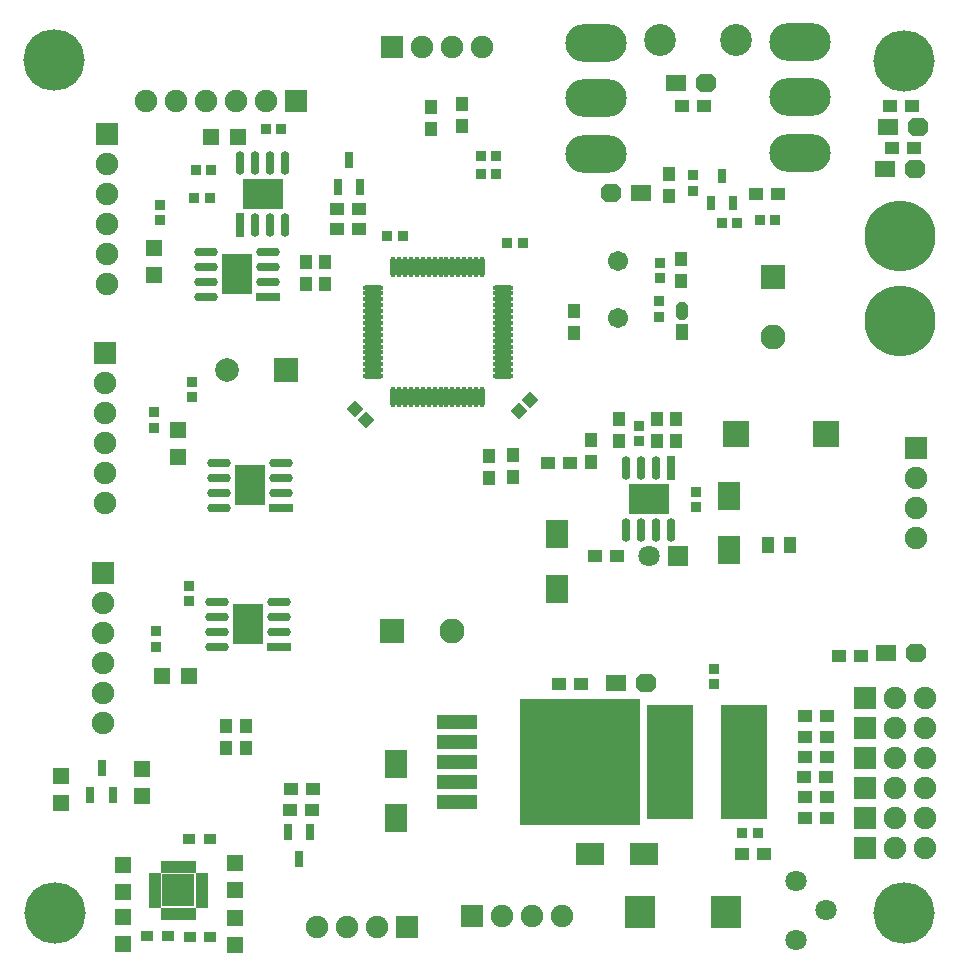
<source format=gts>
G04*
G04 #@! TF.GenerationSoftware,Altium Limited,Altium Designer,23.3.1 (30)*
G04*
G04 Layer_Color=8388736*
%FSLAX44Y44*%
%MOMM*%
G71*
G04*
G04 #@! TF.SameCoordinates,E1D300C1-D630-478A-AE1F-60CBEBB5A271*
G04*
G04*
G04 #@! TF.FilePolarity,Negative*
G04*
G01*
G75*
%ADD55R,0.7032X1.4032*%
%ADD56R,1.0922X1.4732*%
%ADD57R,1.9532X2.4032*%
%ADD58R,10.2032X10.6532*%
%ADD59R,3.4032X1.2532*%
%ADD60R,1.2192X1.0032*%
%ADD61R,0.7532X2.0032*%
%ADD62O,0.7532X2.0032*%
%ADD63R,3.5052X2.6162*%
%ADD64R,2.2032X2.2032*%
%ADD65R,0.9652X0.9652*%
%ADD66R,1.4732X1.4732*%
%ADD67R,0.9652X0.9652*%
%ADD68R,1.0032X1.2192*%
%ADD69R,2.0032X0.7532*%
%ADD70O,2.0032X0.7532*%
%ADD71R,2.6162X3.5052*%
%ADD72O,1.7532X0.4532*%
%ADD73O,0.4532X1.7532*%
%ADD74P,1.3650X4X270.0*%
%ADD75P,1.3650X4X180.0*%
%ADD76R,2.8032X2.8032*%
%ADD77R,0.5032X1.0032*%
%ADD78R,1.0032X0.5032*%
G04:AMPARAMS|DCode=79|XSize=1.7272mm|YSize=1.4732mm|CornerRadius=0mm|HoleSize=0mm|Usage=FLASHONLY|Rotation=0.000|XOffset=0mm|YOffset=0mm|HoleType=Round|Shape=Octagon|*
%AMOCTAGOND79*
4,1,8,0.8636,-0.3683,0.8636,0.3683,0.4953,0.7366,-0.4953,0.7366,-0.8636,0.3683,-0.8636,-0.3683,-0.4953,-0.7366,0.4953,-0.7366,0.8636,-0.3683,0.0*
%
%ADD79OCTAGOND79*%

%ADD80R,1.7272X1.4732*%
%ADD81R,1.4732X1.4732*%
%ADD82R,1.0922X0.9652*%
%ADD83R,2.4032X1.9532*%
%ADD84R,0.6532X1.2032*%
G04:AMPARAMS|DCode=85|XSize=1.4732mm|YSize=1.0922mm|CornerRadius=0mm|HoleSize=0mm|Usage=FLASHONLY|Rotation=90.000|XOffset=0mm|YOffset=0mm|HoleType=Round|Shape=Octagon|*
%AMOCTAGOND85*
4,1,8,0.2731,0.7366,-0.2731,0.7366,-0.5461,0.4636,-0.5461,-0.4636,-0.2731,-0.7366,0.2731,-0.7366,0.5461,-0.4636,0.5461,0.4636,0.2731,0.7366,0.0*
%
%ADD85OCTAGOND85*%

%ADD86R,3.9532X9.7032*%
%ADD87R,2.6032X2.8032*%
%ADD88C,1.8032*%
%ADD89R,1.8032X1.8032*%
%ADD90C,1.9032*%
%ADD91R,1.9032X1.9032*%
%ADD92C,2.1032*%
%ADD93R,2.1032X2.1032*%
%ADD94O,5.2028X3.2032*%
%ADD95R,1.9032X1.9032*%
%ADD96C,1.7032*%
%ADD97C,6.0032*%
%ADD98C,2.0032*%
%ADD99R,2.0032X2.0032*%
%ADD100C,5.2032*%
%ADD101R,2.1032X2.1032*%
%ADD102C,2.7032*%
D55*
X279552Y655066D02*
D03*
X298552D02*
D03*
X289052Y677926D02*
D03*
X70256Y139954D02*
D03*
X89256D02*
D03*
X79756Y162814D02*
D03*
X256388Y109093D02*
D03*
X237388D02*
D03*
X246888Y86233D02*
D03*
D56*
X662636Y352044D02*
D03*
X643636D02*
D03*
X571435Y532639D02*
D03*
D57*
X465328Y360820D02*
D03*
Y314820D02*
D03*
X329184Y120624D02*
D03*
Y166624D02*
D03*
X610616Y347332D02*
D03*
Y393332D02*
D03*
D58*
X484632Y167876D02*
D03*
D59*
X380492Y133876D02*
D03*
Y150876D02*
D03*
Y167876D02*
D03*
Y184876D02*
D03*
Y201876D02*
D03*
D60*
X652780Y648716D02*
D03*
X634238D02*
D03*
X693547Y172720D02*
D03*
X675005D02*
D03*
Y189484D02*
D03*
X693547D02*
D03*
X675005Y206756D02*
D03*
X693547D02*
D03*
X239141Y127508D02*
D03*
X257683D02*
D03*
X692912Y155448D02*
D03*
X674370D02*
D03*
X748665Y688340D02*
D03*
X767207D02*
D03*
X258699Y145288D02*
D03*
X240157D02*
D03*
X675640Y138176D02*
D03*
X694182D02*
D03*
X675513Y120396D02*
D03*
X694055D02*
D03*
X467233Y234188D02*
D03*
X485775D02*
D03*
X703834Y257556D02*
D03*
X722376D02*
D03*
X571373Y723900D02*
D03*
X589915D02*
D03*
X747649D02*
D03*
X766191D02*
D03*
X515747Y342900D02*
D03*
X497205D02*
D03*
X458089Y421132D02*
D03*
X476631D02*
D03*
X622173Y90424D02*
D03*
X640715D02*
D03*
X279273Y619252D02*
D03*
X297815D02*
D03*
Y636524D02*
D03*
X279273D02*
D03*
D61*
X562102Y417410D02*
D03*
X197358Y622466D02*
D03*
D62*
X549402Y417410D02*
D03*
X536702D02*
D03*
X524002D02*
D03*
X562102Y364910D02*
D03*
X549402D02*
D03*
X536702D02*
D03*
X524002D02*
D03*
X210058Y622466D02*
D03*
X222758D02*
D03*
X235458D02*
D03*
X197358Y674966D02*
D03*
X210058D02*
D03*
X222758D02*
D03*
X235458D02*
D03*
D63*
X543052Y391160D02*
D03*
X216408Y648716D02*
D03*
D64*
X693420Y445516D02*
D03*
X617220D02*
D03*
D65*
X159720Y669036D02*
D03*
X172720D02*
D03*
X232051Y704087D02*
D03*
X219051D02*
D03*
X400915Y665987D02*
D03*
X413915D02*
D03*
X436267Y607567D02*
D03*
X423267D02*
D03*
X400915Y681228D02*
D03*
X413915D02*
D03*
X334667Y613155D02*
D03*
X321667D02*
D03*
X171196Y645668D02*
D03*
X158196D02*
D03*
X617623Y624331D02*
D03*
X604623D02*
D03*
X635300Y108204D02*
D03*
X622300D02*
D03*
X650032Y627380D02*
D03*
X637032D02*
D03*
D66*
X195326Y697484D02*
D03*
X172466D02*
D03*
X131318Y240792D02*
D03*
X154178D02*
D03*
D67*
X124461Y464207D02*
D03*
Y451207D02*
D03*
X583183Y384153D02*
D03*
Y397153D02*
D03*
X129033Y626975D02*
D03*
Y639975D02*
D03*
X125985Y265787D02*
D03*
Y278787D02*
D03*
X153415Y317397D02*
D03*
Y304397D02*
D03*
X155955Y490117D02*
D03*
Y477117D02*
D03*
X580644Y651972D02*
D03*
Y664972D02*
D03*
X597916Y246888D02*
D03*
Y233888D02*
D03*
X534415Y453033D02*
D03*
Y440033D02*
D03*
X552195Y577701D02*
D03*
Y590701D02*
D03*
X551689Y558187D02*
D03*
Y545187D02*
D03*
D68*
X358648Y722884D02*
D03*
Y704342D02*
D03*
X384556Y725170D02*
D03*
Y706628D02*
D03*
X269240Y591633D02*
D03*
Y573091D02*
D03*
X201676Y198882D02*
D03*
Y180340D02*
D03*
X252984Y591312D02*
D03*
Y572770D02*
D03*
X185420Y198882D02*
D03*
Y180340D02*
D03*
X560324Y647446D02*
D03*
Y665988D02*
D03*
X570484Y593979D02*
D03*
Y575437D02*
D03*
X518160Y458343D02*
D03*
Y439801D02*
D03*
X494284Y422529D02*
D03*
Y441071D02*
D03*
X566420Y439928D02*
D03*
Y458470D02*
D03*
X550164Y458851D02*
D03*
Y440309D02*
D03*
X407924Y427355D02*
D03*
Y408813D02*
D03*
X479552Y531368D02*
D03*
Y549910D02*
D03*
X428244Y409829D02*
D03*
Y428371D02*
D03*
D69*
X220814Y562102D02*
D03*
X231990Y383286D02*
D03*
X229958Y265938D02*
D03*
D70*
X220814Y574802D02*
D03*
Y587502D02*
D03*
Y600202D02*
D03*
X168314Y562102D02*
D03*
Y574802D02*
D03*
Y587502D02*
D03*
Y600202D02*
D03*
X179490Y421386D02*
D03*
Y408686D02*
D03*
Y395986D02*
D03*
Y383286D02*
D03*
X231990Y421386D02*
D03*
Y408686D02*
D03*
Y395986D02*
D03*
X177458Y304038D02*
D03*
Y291338D02*
D03*
Y278638D02*
D03*
Y265938D02*
D03*
X229958Y304038D02*
D03*
Y291338D02*
D03*
Y278638D02*
D03*
D71*
X194564Y581152D02*
D03*
X205740Y402336D02*
D03*
X203708Y284988D02*
D03*
D72*
X419233Y494886D02*
D03*
Y499886D02*
D03*
Y504886D02*
D03*
Y509886D02*
D03*
Y514886D02*
D03*
Y519886D02*
D03*
Y524886D02*
D03*
Y529886D02*
D03*
Y534886D02*
D03*
Y539886D02*
D03*
Y544886D02*
D03*
Y549886D02*
D03*
Y554886D02*
D03*
Y559886D02*
D03*
Y564886D02*
D03*
Y569886D02*
D03*
X309241D02*
D03*
Y564886D02*
D03*
Y559886D02*
D03*
Y554886D02*
D03*
Y549886D02*
D03*
Y544886D02*
D03*
Y539886D02*
D03*
Y534886D02*
D03*
Y529886D02*
D03*
Y524886D02*
D03*
Y519886D02*
D03*
Y514886D02*
D03*
Y509886D02*
D03*
Y504886D02*
D03*
Y499886D02*
D03*
Y494886D02*
D03*
D73*
X401737Y587382D02*
D03*
X396737D02*
D03*
X391737D02*
D03*
X386737D02*
D03*
X381737D02*
D03*
X376737D02*
D03*
X371737D02*
D03*
X366737D02*
D03*
X361737D02*
D03*
X356737D02*
D03*
X351737D02*
D03*
X346737D02*
D03*
X341737D02*
D03*
X336737D02*
D03*
X331737D02*
D03*
X326737D02*
D03*
X326737Y477390D02*
D03*
X331737D02*
D03*
X336737D02*
D03*
X341737D02*
D03*
X346737D02*
D03*
X351737D02*
D03*
X356737D02*
D03*
X361737D02*
D03*
X366737D02*
D03*
X371737D02*
D03*
X376737D02*
D03*
X381737D02*
D03*
X386737D02*
D03*
X391737D02*
D03*
X396737D02*
D03*
X401737D02*
D03*
D74*
X442492Y474497D02*
D03*
X433300Y465305D02*
D03*
D75*
X303324Y457466D02*
D03*
X294132Y466659D02*
D03*
D76*
X144826Y59434D02*
D03*
D77*
X152280Y39436D02*
D03*
X157280D02*
D03*
X147280Y79436D02*
D03*
Y39436D02*
D03*
X142280Y79436D02*
D03*
Y39436D02*
D03*
X132280D02*
D03*
X137280D02*
D03*
X132280Y79436D02*
D03*
X137280D02*
D03*
X152280D02*
D03*
X157280D02*
D03*
D78*
X164780Y71936D02*
D03*
Y61936D02*
D03*
X124780Y46936D02*
D03*
X164780Y66936D02*
D03*
X124780Y56936D02*
D03*
Y61936D02*
D03*
Y66936D02*
D03*
Y71936D02*
D03*
X164780Y56936D02*
D03*
Y51936D02*
D03*
Y46936D02*
D03*
X124780Y51936D02*
D03*
D79*
X768604Y670052D02*
D03*
X511048Y650240D02*
D03*
X540512Y235204D02*
D03*
X769620Y260096D02*
D03*
X591312Y743204D02*
D03*
X771144Y706120D02*
D03*
D80*
X743204Y670052D02*
D03*
X536448Y650240D02*
D03*
X515112Y235204D02*
D03*
X744220Y260096D02*
D03*
X565912Y743204D02*
D03*
X745744Y706120D02*
D03*
D81*
X45212Y156464D02*
D03*
Y133604D02*
D03*
X113792Y139446D02*
D03*
Y162306D02*
D03*
X192532Y36068D02*
D03*
Y13208D02*
D03*
X97536Y58166D02*
D03*
Y81026D02*
D03*
X192532Y59690D02*
D03*
Y82550D02*
D03*
X98044Y13970D02*
D03*
Y36830D02*
D03*
X124460Y580390D02*
D03*
Y603250D02*
D03*
X144272Y426212D02*
D03*
Y449072D02*
D03*
D82*
X171958Y20320D02*
D03*
X154432D02*
D03*
X171450Y102616D02*
D03*
X153924D02*
D03*
X135890Y20828D02*
D03*
X118364D02*
D03*
D83*
X539128Y89916D02*
D03*
X493128D02*
D03*
D84*
X605028Y664538D02*
D03*
X614528Y641858D02*
D03*
X595528D02*
D03*
D85*
X571435Y550419D02*
D03*
D86*
X623824Y168148D02*
D03*
X561324D02*
D03*
D87*
X535508Y41148D02*
D03*
X608508D02*
D03*
D88*
X543052Y342392D02*
D03*
X693020Y42672D02*
D03*
X668020Y17672D02*
D03*
Y67672D02*
D03*
D89*
X568052Y342392D02*
D03*
D90*
X82804Y412496D02*
D03*
Y488696D02*
D03*
Y463296D02*
D03*
Y437896D02*
D03*
Y387096D02*
D03*
X351028Y773684D02*
D03*
X376428D02*
D03*
X401828D02*
D03*
X142748Y727456D02*
D03*
X218948D02*
D03*
X193548D02*
D03*
X168148D02*
D03*
X117348D02*
D03*
X777240Y94996D02*
D03*
X751840D02*
D03*
X84328Y597916D02*
D03*
Y674116D02*
D03*
Y648716D02*
D03*
Y623316D02*
D03*
Y572516D02*
D03*
X419100Y38100D02*
D03*
X444500D02*
D03*
X469900D02*
D03*
X777240Y120396D02*
D03*
X751840D02*
D03*
X777240Y145796D02*
D03*
X751840D02*
D03*
X777240Y197104D02*
D03*
X751840D02*
D03*
X777240Y171704D02*
D03*
X751840D02*
D03*
X777240Y222504D02*
D03*
X751840D02*
D03*
X80772Y201168D02*
D03*
Y251968D02*
D03*
Y277368D02*
D03*
Y302768D02*
D03*
Y226568D02*
D03*
X769620Y358140D02*
D03*
Y383540D02*
D03*
Y408940D02*
D03*
X262128Y28448D02*
D03*
X287528D02*
D03*
X312928D02*
D03*
D91*
X82804Y514096D02*
D03*
X325628Y773684D02*
D03*
X84328Y699516D02*
D03*
X393700Y38100D02*
D03*
X80772Y328168D02*
D03*
X338328Y28448D02*
D03*
D92*
X376428Y279400D02*
D03*
X648208Y527812D02*
D03*
D93*
X325628Y279400D02*
D03*
D94*
X670814Y684022D02*
D03*
X670814Y731022D02*
D03*
Y778022D02*
D03*
X498094Y683006D02*
D03*
X498094Y730006D02*
D03*
Y777006D02*
D03*
D95*
X244348Y727456D02*
D03*
X726440Y94996D02*
D03*
Y120396D02*
D03*
Y145796D02*
D03*
Y197104D02*
D03*
Y171704D02*
D03*
Y222504D02*
D03*
X769620Y434340D02*
D03*
D96*
X516636Y591944D02*
D03*
Y543944D02*
D03*
D97*
X755396Y613156D02*
D03*
Y541156D02*
D03*
D98*
X186220Y500380D02*
D03*
D99*
X236220D02*
D03*
D100*
X759084Y40000D02*
D03*
X40000D02*
D03*
X39116Y762508D02*
D03*
X758952Y761492D02*
D03*
D101*
X648208Y578612D02*
D03*
D102*
X552220Y779780D02*
D03*
X617220D02*
D03*
M02*

</source>
